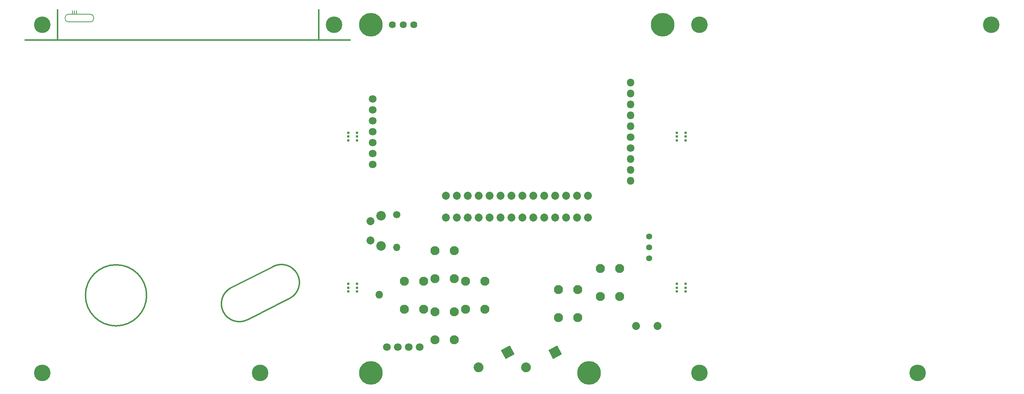
<source format=gbr>
G04 #@! TF.GenerationSoftware,KiCad,Pcbnew,(5.1.9-0-10_14)*
G04 #@! TF.CreationDate,2021-06-07T20:14:56-07:00*
G04 #@! TF.ProjectId,system,73797374-656d-42e6-9b69-6361645f7063,1.0-dev5*
G04 #@! TF.SameCoordinates,Original*
G04 #@! TF.FileFunction,Soldermask,Top*
G04 #@! TF.FilePolarity,Negative*
%FSLAX46Y46*%
G04 Gerber Fmt 4.6, Leading zero omitted, Abs format (unit mm)*
G04 Created by KiCad (PCBNEW (5.1.9-0-10_14)) date 2021-06-07 20:14:56*
%MOMM*%
%LPD*%
G01*
G04 APERTURE LIST*
%ADD10C,0.300000*%
%ADD11C,0.150000*%
%ADD12O,1.801600X1.801600*%
%ADD13C,1.801600*%
%ADD14C,1.851600*%
%ADD15C,2.101600*%
%ADD16C,3.851600*%
%ADD17C,1.401600*%
%ADD18C,0.609600*%
%ADD19C,5.501599*%
%ADD20C,5.501600*%
%ADD21C,1.701600*%
%ADD22O,1.701600X1.701600*%
%ADD23C,1.625600*%
%ADD24C,2.201600*%
%ADD25C,0.100000*%
G04 APERTURE END LIST*
D10*
X77141378Y-138760262D02*
G75*
G02*
X73281622Y-131345738I-1929878J3707262D01*
G01*
X83060622Y-126392738D02*
G75*
G02*
X86920378Y-133807262I1929878J-3707262D01*
G01*
X86920378Y-133807262D02*
X77141378Y-138760262D01*
X83060622Y-126392738D02*
X73281622Y-131345738D01*
D11*
X37395000Y-66865500D02*
X37395000Y-67691000D01*
X36895000Y-66865500D02*
X36895000Y-67691000D01*
X36395000Y-66865500D02*
X36395000Y-67691000D01*
X40513000Y-67691000D02*
G75*
G02*
X40513000Y-69469000I0J-889000D01*
G01*
X35560000Y-69469000D02*
G75*
G02*
X35560000Y-67691000I0J889000D01*
G01*
X35560000Y-67691000D02*
X40513000Y-67691000D01*
X40513000Y-69469000D02*
X35560000Y-69469000D01*
D10*
X93654500Y-66675000D02*
X93654500Y-73660000D01*
X32964500Y-66675000D02*
X32964500Y-73660000D01*
X25400000Y-73660000D02*
X100965000Y-73660000D01*
X53657500Y-133096000D02*
G75*
G03*
X53657500Y-133096000I-7112000J0D01*
G01*
X77141378Y-138760262D02*
G75*
G02*
X73281622Y-131345738I-1929878J3707262D01*
G01*
X83060622Y-126392738D02*
G75*
G02*
X86920378Y-133807262I1929878J-3707262D01*
G01*
X86920378Y-133807262D02*
X77141378Y-138760262D01*
X83060622Y-126392738D02*
X73281622Y-131345738D01*
D11*
X37395000Y-66865500D02*
X37395000Y-67691000D01*
X36895000Y-66865500D02*
X36895000Y-67691000D01*
X36395000Y-66865500D02*
X36395000Y-67691000D01*
X40513000Y-67691000D02*
G75*
G02*
X40513000Y-69469000I0J-889000D01*
G01*
X35560000Y-69469000D02*
G75*
G02*
X35560000Y-67691000I0J889000D01*
G01*
X35560000Y-67691000D02*
X40513000Y-67691000D01*
X40513000Y-69469000D02*
X35560000Y-69469000D01*
D10*
X93654500Y-66675000D02*
X93654500Y-73660000D01*
X32964500Y-66675000D02*
X32964500Y-73660000D01*
X25400000Y-73660000D02*
X100965000Y-73660000D01*
X53657500Y-133096000D02*
G75*
G03*
X53657500Y-133096000I-7112000J0D01*
G01*
D12*
X166116000Y-86106000D03*
X166116000Y-101346000D03*
X166116000Y-103886000D03*
X166116000Y-106426000D03*
X166116000Y-83566000D03*
D13*
X166116000Y-98806000D03*
D12*
X166116000Y-88646000D03*
X166116000Y-91186000D03*
X166116000Y-93726000D03*
D13*
X166116000Y-96266000D03*
D12*
X107696000Y-132969000D03*
G36*
G01*
X142851749Y-149328620D02*
X142851749Y-149328620D01*
G75*
G02*
X142362357Y-150880772I-1020772J-531380D01*
G01*
X142362357Y-150880772D01*
G75*
G02*
X140810205Y-150391380I-531380J1020772D01*
G01*
X140810205Y-150391380D01*
G75*
G02*
X141299597Y-148839228I1020772J531380D01*
G01*
X141299597Y-148839228D01*
G75*
G02*
X142851749Y-149328620I531380J-1020772D01*
G01*
G37*
G36*
G01*
X149102848Y-144834384D02*
X150118695Y-146785807D01*
G75*
G02*
X150097092Y-146854324I-45060J-23457D01*
G01*
X148145669Y-147870171D01*
G75*
G02*
X148077152Y-147848568I-23457J45060D01*
G01*
X147061305Y-145897145D01*
G75*
G02*
X147082908Y-145828628I45060J23457D01*
G01*
X149034331Y-144812781D01*
G75*
G02*
X149102848Y-144834384I23457J-45060D01*
G01*
G37*
G36*
G01*
X131830772Y-149328620D02*
X131830772Y-149328620D01*
G75*
G02*
X131341380Y-150880772I-1020772J-531380D01*
G01*
X131341380Y-150880772D01*
G75*
G02*
X129789228Y-150391380I-531380J1020772D01*
G01*
X129789228Y-150391380D01*
G75*
G02*
X130278620Y-148839228I1020772J531380D01*
G01*
X130278620Y-148839228D01*
G75*
G02*
X131830772Y-149328620I531380J-1020772D01*
G01*
G37*
G36*
G01*
X138081871Y-144834384D02*
X139097718Y-146785807D01*
G75*
G02*
X139076115Y-146854324I-45060J-23457D01*
G01*
X137124692Y-147870171D01*
G75*
G02*
X137056175Y-147848568I-23457J45060D01*
G01*
X136040328Y-145897145D01*
G75*
G02*
X136061931Y-145828628I45060J23457D01*
G01*
X138013354Y-144812781D01*
G75*
G02*
X138081871Y-144834384I23457J-45060D01*
G01*
G37*
D14*
X156210000Y-109920000D03*
X153670000Y-109920000D03*
X151130000Y-109920000D03*
X148590000Y-109920000D03*
X146050000Y-109920000D03*
X143510000Y-109920000D03*
X140970000Y-109920000D03*
X138430000Y-109920000D03*
X135890000Y-109920000D03*
X133350000Y-109920000D03*
X130810000Y-109920000D03*
X128270000Y-109920000D03*
X125730000Y-109920000D03*
X123190000Y-109920000D03*
X123190000Y-115000000D03*
X125730000Y-115000000D03*
X128270000Y-115000000D03*
X130810000Y-115000000D03*
X133350000Y-115000000D03*
X135890000Y-115000000D03*
X156210000Y-115000000D03*
X153670000Y-115000000D03*
X151130000Y-115000000D03*
X148590000Y-115000000D03*
X146050000Y-115000000D03*
X143510000Y-115000000D03*
X138430000Y-115000000D03*
X140970000Y-115000000D03*
D13*
X106200000Y-102616000D03*
X106200000Y-100076000D03*
X106200000Y-97536000D03*
X106200000Y-94996000D03*
X106200000Y-92456000D03*
X106200000Y-89916000D03*
X106200000Y-87376000D03*
D15*
X153852000Y-138303000D03*
X149352000Y-138303000D03*
X153852000Y-131803000D03*
X149352000Y-131803000D03*
X163631000Y-133350000D03*
X159131000Y-133350000D03*
X163631000Y-126850000D03*
X159131000Y-126850000D03*
X125186000Y-129234000D03*
X120686000Y-129234000D03*
X125186000Y-122734000D03*
X120686000Y-122734000D03*
X120686000Y-136958000D03*
X125186000Y-136958000D03*
X120686000Y-143458000D03*
X125186000Y-143458000D03*
X118074000Y-136346000D03*
X113574000Y-136346000D03*
X118074000Y-129846000D03*
X113574000Y-129846000D03*
X127798000Y-129846000D03*
X132298000Y-129846000D03*
X127798000Y-136346000D03*
X132298000Y-136346000D03*
D16*
X249999500Y-70104000D03*
X232854500Y-151130000D03*
X182181500Y-70104000D03*
X182181500Y-151130000D03*
D17*
X170434000Y-121920000D03*
X170434000Y-124460000D03*
X170434000Y-119380000D03*
D16*
X97218500Y-70104000D03*
X80073500Y-151130000D03*
X29400500Y-70104000D03*
X29400500Y-151130000D03*
D18*
X178911000Y-131318000D03*
X178911000Y-130429000D03*
X178911000Y-132207000D03*
X176879000Y-130429000D03*
X176879000Y-131318000D03*
X176879000Y-132207000D03*
X176879000Y-97028000D03*
X176879000Y-96139000D03*
X176879000Y-95250000D03*
X178911000Y-97028000D03*
X178911000Y-95250000D03*
X178911000Y-96139000D03*
X100489000Y-96139000D03*
X100489000Y-97028000D03*
X100489000Y-95250000D03*
X102521000Y-97028000D03*
X102521000Y-96139000D03*
X102521000Y-95250000D03*
X102521000Y-130429000D03*
X102521000Y-131318000D03*
X102521000Y-132207000D03*
X100489000Y-130429000D03*
X100489000Y-132207000D03*
X100489000Y-131318000D03*
D19*
X105791000Y-151130000D03*
X105791000Y-70104000D03*
X156464000Y-151130000D03*
D20*
X173609000Y-70104000D03*
D14*
X172426000Y-140208000D03*
X167426000Y-140208000D03*
D21*
X111760000Y-114300000D03*
D22*
X111760000Y-121920000D03*
D23*
X110794800Y-70104000D03*
X113284000Y-70104000D03*
X115773200Y-70104000D03*
D24*
X108154000Y-121584000D03*
D14*
X105664000Y-120324000D03*
X105664000Y-115824000D03*
D24*
X108154000Y-114574000D03*
D13*
X114554000Y-145161000D03*
X112014000Y-145161000D03*
X117094000Y-145161000D03*
X109474000Y-145161000D03*
D25*
G36*
X138059490Y-144787636D02*
G01*
X138060189Y-144788400D01*
X138613427Y-145851161D01*
X139122950Y-146829945D01*
X139122099Y-146832642D01*
X137080554Y-147895403D01*
X137078556Y-147895316D01*
X137077857Y-147894552D01*
X136524619Y-146831791D01*
X136015096Y-145853007D01*
X136015119Y-145852934D01*
X136019568Y-145852934D01*
X136528167Y-146829945D01*
X137080481Y-147890931D01*
X139118478Y-146830018D01*
X138609879Y-145853007D01*
X138057565Y-144792021D01*
X136019568Y-145852934D01*
X136015119Y-145852934D01*
X136015947Y-145850310D01*
X138057492Y-144787549D01*
X138059490Y-144787636D01*
G37*
G36*
X149080467Y-144787636D02*
G01*
X149081166Y-144788400D01*
X149634404Y-145851161D01*
X150143927Y-146829945D01*
X150143076Y-146832642D01*
X148101531Y-147895403D01*
X148099533Y-147895316D01*
X148098834Y-147894552D01*
X147545596Y-146831791D01*
X147036073Y-145853007D01*
X147036096Y-145852934D01*
X147040545Y-145852934D01*
X147549144Y-146829945D01*
X148101458Y-147890931D01*
X150139455Y-146830018D01*
X149630856Y-145853007D01*
X149078542Y-144792021D01*
X147040545Y-145852934D01*
X147036096Y-145852934D01*
X147036924Y-145850310D01*
X149078469Y-144787549D01*
X149080467Y-144787636D01*
G37*
M02*

</source>
